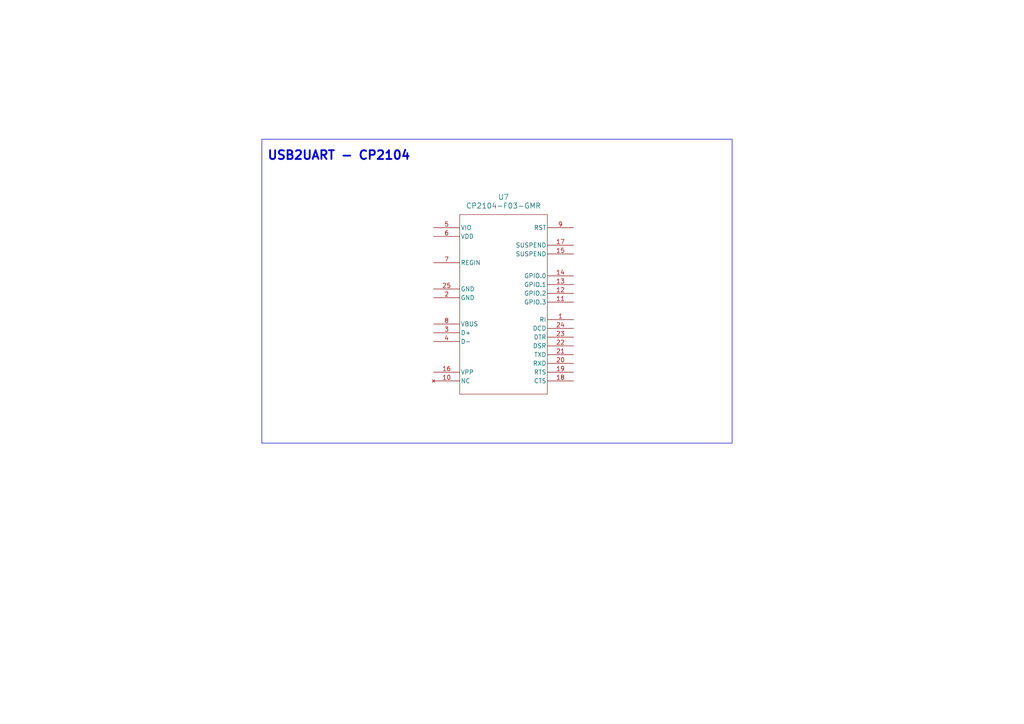
<source format=kicad_sch>
(kicad_sch (version 20231120) (generator "eeschema") (generator_version "8.0")
  (paper "A4")
  (lib_symbols
    (symbol "capstone:CP2104-F03-GMR" (pin_names (offset 0.254))
      (property "Reference" "U7" (at 25.4 10.16 0))
      (property "Value" "CP2104-F03-GMR" (at 25.4 7.62 0))
      (symbol "CP2104-F03-GMR_0_1"
        (polyline (pts (xy 12.7 -46.99) (xy 38.1 -46.99)) (stroke (width 0.127)))
        (polyline (pts (xy 12.7 5.08) (xy 12.7 -46.99)) (stroke (width 0.127)))
        (polyline (pts (xy 38.1 -46.99) (xy 38.1 5.08)) (stroke (width 0.127)))
        (polyline (pts (xy 38.1 5.08) (xy 12.7 5.08)) (stroke (width 0.127)))
        (pin unspecified line (at 45.72 -25.4 180) (length 7.62) (name "RI") (number "1"))
        (pin no_connect line (at 5.08 -43.18 0) (length 7.62) (name "NC") (number "10"))
        (pin bidirectional line (at 45.72 -20.32 180) (length 7.62) (name "GPIO.3") (number "11"))
        (pin bidirectional line (at 45.72 -17.78 180) (length 7.62) (name "GPIO.2") (number "12"))
        (pin bidirectional line (at 45.72 -15.24 180) (length 7.62) (name "GPIO.1") (number "13"))
        (pin bidirectional line (at 45.72 -12.7 180) (length 7.62) (name "GPIO.0") (number "14"))
        (pin unspecified line (at 45.72 -6.35 180) (length 7.62) (name "SUSPEND") (number "15"))
        (pin power_in line (at 5.08 -40.64 0) (length 7.62) (name "VPP") (number "16"))
        (pin unspecified line (at 45.72 -3.81 180) (length 7.62) (name "SUSPEND") (number "17"))
        (pin unspecified line (at 45.72 -43.18 180) (length 7.62) (name "CTS") (number "18"))
        (pin unspecified line (at 45.72 -40.64 180) (length 7.62) (name "RTS") (number "19"))
        (pin power_out line (at 5.08 -19.05 0) (length 7.62) (name "GND") (number "2"))
        (pin unspecified line (at 45.72 -38.1 180) (length 7.62) (name "RXD") (number "20"))
        (pin unspecified line (at 45.72 -35.56 180) (length 7.62) (name "TXD") (number "21"))
        (pin unspecified line (at 45.72 -33.02 180) (length 7.62) (name "DSR") (number "22"))
        (pin unspecified line (at 45.72 -30.48 180) (length 7.62) (name "DTR") (number "23"))
        (pin unspecified line (at 45.72 -27.94 180) (length 7.62) (name "DCD") (number "24"))
        (pin power_out line (at 5.08 -16.51 0) (length 7.62) (name "GND") (number "25"))
        (pin unspecified line (at 5.08 -29.21 0) (length 7.62) (name "D+") (number "3"))
        (pin unspecified line (at 5.08 -31.75 0) (length 7.62) (name "D-") (number "4"))
        (pin unspecified line (at 5.08 1.27 0) (length 7.62) (name "VIO") (number "5"))
        (pin power_in line (at 5.08 -1.27 0) (length 7.62) (name "VDD") (number "6"))
        (pin unspecified line (at 5.08 -8.89 0) (length 7.62) (name "REGIN") (number "7"))
        (pin unspecified line (at 5.08 -26.67 0) (length 7.62) (name "VBUS") (number "8"))
        (pin unspecified line (at 45.72 1.27 180) (length 7.62) (name "RST") (number "9"))
      )
    )
  )
  (rectangle (start 75.946 40.386) (end 212.344 128.524))
  (text "USB2UART - CP2104" (at 98.298 45.212 0) (effects (font (size 2.54 2.54) (thickness 0.508) (bold yes))))
  (symbol (lib_id "capstone:CP2104-F03-GMR") (at 120.65 67.31 0) (unit 1)
    (property "Reference" "U7" (at 146.05 57.15 0) (effects (font (size 1.524 1.524))))
    (property "Value" "CP2104-F03-GMR" (at 146.05 59.69 0) (effects (font (size 1.524 1.524))))
    (property "Footprint" "QFN_F03-GMR_SIL" (effects (hide yes)))
    (property "Datasheet" "https://www.silabs.com/documents/public/data-sheets/cp2104.pdf" (effects (hide yes)))
    (property "Description" "https://www.digikey.ca/en/products/detail/silicon-labs/CP2104-F03-GMR/4069045" (effects (hide yes)))
  )
)
</source>
